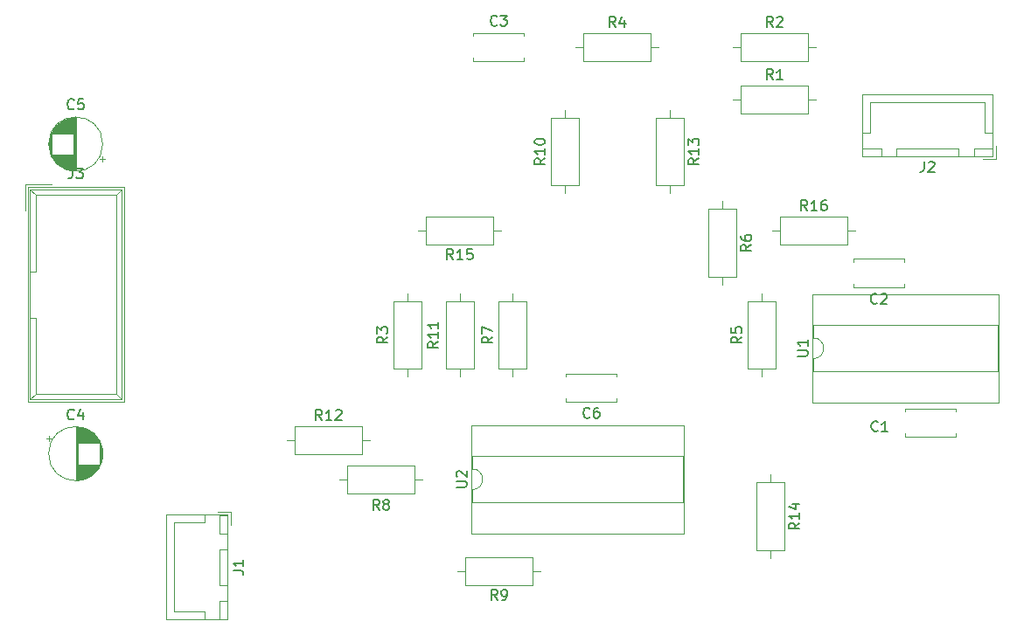
<source format=gbr>
%TF.GenerationSoftware,KiCad,Pcbnew,(5.1.7)-1*%
%TF.CreationDate,2020-11-22T12:34:15-07:00*%
%TF.ProjectId,cem3340_board_mount,63656d33-3334-4305-9f62-6f6172645f6d,rev?*%
%TF.SameCoordinates,Original*%
%TF.FileFunction,Legend,Top*%
%TF.FilePolarity,Positive*%
%FSLAX46Y46*%
G04 Gerber Fmt 4.6, Leading zero omitted, Abs format (unit mm)*
G04 Created by KiCad (PCBNEW (5.1.7)-1) date 2020-11-22 12:34:15*
%MOMM*%
%LPD*%
G01*
G04 APERTURE LIST*
%ADD10C,0.120000*%
%ADD11C,0.100000*%
%ADD12C,0.150000*%
G04 APERTURE END LIST*
D10*
%TO.C,J1*%
X127460000Y-106440000D02*
X121490000Y-106440000D01*
X121490000Y-106440000D02*
X121490000Y-116560000D01*
X121490000Y-116560000D02*
X127460000Y-116560000D01*
X127460000Y-116560000D02*
X127460000Y-106440000D01*
X127450000Y-109750000D02*
X126700000Y-109750000D01*
X126700000Y-109750000D02*
X126700000Y-113250000D01*
X126700000Y-113250000D02*
X127450000Y-113250000D01*
X127450000Y-113250000D02*
X127450000Y-109750000D01*
X127450000Y-106450000D02*
X126700000Y-106450000D01*
X126700000Y-106450000D02*
X126700000Y-108250000D01*
X126700000Y-108250000D02*
X127450000Y-108250000D01*
X127450000Y-108250000D02*
X127450000Y-106450000D01*
X127450000Y-114750000D02*
X126700000Y-114750000D01*
X126700000Y-114750000D02*
X126700000Y-116550000D01*
X126700000Y-116550000D02*
X127450000Y-116550000D01*
X127450000Y-116550000D02*
X127450000Y-114750000D01*
X125200000Y-106450000D02*
X125200000Y-107200000D01*
X125200000Y-107200000D02*
X122250000Y-107200000D01*
X122250000Y-107200000D02*
X122250000Y-111500000D01*
X125200000Y-116550000D02*
X125200000Y-115800000D01*
X125200000Y-115800000D02*
X122250000Y-115800000D01*
X122250000Y-115800000D02*
X122250000Y-111500000D01*
X127750000Y-107400000D02*
X127750000Y-106150000D01*
X127750000Y-106150000D02*
X126500000Y-106150000D01*
%TO.C,R7*%
X153650000Y-92290000D02*
X156390000Y-92290000D01*
X156390000Y-92290000D02*
X156390000Y-85750000D01*
X156390000Y-85750000D02*
X153650000Y-85750000D01*
X153650000Y-85750000D02*
X153650000Y-92290000D01*
X155020000Y-93060000D02*
X155020000Y-92290000D01*
X155020000Y-84980000D02*
X155020000Y-85750000D01*
%TO.C,R11*%
X151310000Y-85750000D02*
X148570000Y-85750000D01*
X148570000Y-85750000D02*
X148570000Y-92290000D01*
X148570000Y-92290000D02*
X151310000Y-92290000D01*
X151310000Y-92290000D02*
X151310000Y-85750000D01*
X149940000Y-84980000D02*
X149940000Y-85750000D01*
X149940000Y-93060000D02*
X149940000Y-92290000D01*
%TO.C,R13*%
X170260000Y-75280000D02*
X170260000Y-74510000D01*
X170260000Y-67200000D02*
X170260000Y-67970000D01*
X171630000Y-74510000D02*
X171630000Y-67970000D01*
X168890000Y-74510000D02*
X171630000Y-74510000D01*
X168890000Y-67970000D02*
X168890000Y-74510000D01*
X171630000Y-67970000D02*
X168890000Y-67970000D01*
%TO.C,C1*%
X197970000Y-98870000D02*
X193030000Y-98870000D01*
X197970000Y-96130000D02*
X193030000Y-96130000D01*
X197970000Y-98870000D02*
X197970000Y-98555000D01*
X197970000Y-96445000D02*
X197970000Y-96130000D01*
X193030000Y-98870000D02*
X193030000Y-98555000D01*
X193030000Y-96445000D02*
X193030000Y-96130000D01*
%TO.C,R15*%
X145900000Y-78860000D02*
X146670000Y-78860000D01*
X153980000Y-78860000D02*
X153210000Y-78860000D01*
X146670000Y-80230000D02*
X153210000Y-80230000D01*
X146670000Y-77490000D02*
X146670000Y-80230000D01*
X153210000Y-77490000D02*
X146670000Y-77490000D01*
X153210000Y-80230000D02*
X153210000Y-77490000D01*
%TO.C,R16*%
X188270000Y-78860000D02*
X187500000Y-78860000D01*
X180190000Y-78860000D02*
X180960000Y-78860000D01*
X187500000Y-77490000D02*
X180960000Y-77490000D01*
X187500000Y-80230000D02*
X187500000Y-77490000D01*
X180960000Y-80230000D02*
X187500000Y-80230000D01*
X180960000Y-77490000D02*
X180960000Y-80230000D01*
%TO.C,R5*%
X177780000Y-92290000D02*
X180520000Y-92290000D01*
X180520000Y-92290000D02*
X180520000Y-85750000D01*
X180520000Y-85750000D02*
X177780000Y-85750000D01*
X177780000Y-85750000D02*
X177780000Y-92290000D01*
X179150000Y-93060000D02*
X179150000Y-92290000D01*
X179150000Y-84980000D02*
X179150000Y-85750000D01*
%TO.C,J2*%
X201830000Y-71950000D02*
X201830000Y-70700000D01*
X200580000Y-71950000D02*
X201830000Y-71950000D01*
X189680000Y-66450000D02*
X195230000Y-66450000D01*
X189680000Y-69400000D02*
X189680000Y-66450000D01*
X188930000Y-69400000D02*
X189680000Y-69400000D01*
X200780000Y-66450000D02*
X195230000Y-66450000D01*
X200780000Y-69400000D02*
X200780000Y-66450000D01*
X201530000Y-69400000D02*
X200780000Y-69400000D01*
X188930000Y-71650000D02*
X190730000Y-71650000D01*
X188930000Y-70900000D02*
X188930000Y-71650000D01*
X190730000Y-70900000D02*
X188930000Y-70900000D01*
X190730000Y-71650000D02*
X190730000Y-70900000D01*
X199730000Y-71650000D02*
X201530000Y-71650000D01*
X199730000Y-70900000D02*
X199730000Y-71650000D01*
X201530000Y-70900000D02*
X199730000Y-70900000D01*
X201530000Y-71650000D02*
X201530000Y-70900000D01*
X192230000Y-71650000D02*
X198230000Y-71650000D01*
X192230000Y-70900000D02*
X192230000Y-71650000D01*
X198230000Y-70900000D02*
X192230000Y-70900000D01*
X198230000Y-71650000D02*
X198230000Y-70900000D01*
X188920000Y-71660000D02*
X201540000Y-71660000D01*
X188920000Y-65690000D02*
X188920000Y-71660000D01*
X201540000Y-65690000D02*
X188920000Y-65690000D01*
X201540000Y-71660000D02*
X201540000Y-65690000D01*
%TO.C,U1*%
X184170000Y-91290000D02*
X184170000Y-92540000D01*
X184170000Y-92540000D02*
X202070000Y-92540000D01*
X202070000Y-92540000D02*
X202070000Y-88040000D01*
X202070000Y-88040000D02*
X184170000Y-88040000D01*
X184170000Y-88040000D02*
X184170000Y-89290000D01*
X184110000Y-95540000D02*
X202130000Y-95540000D01*
X202130000Y-95540000D02*
X202130000Y-85040000D01*
X202130000Y-85040000D02*
X184110000Y-85040000D01*
X184110000Y-85040000D02*
X184110000Y-95540000D01*
X184170000Y-89290000D02*
G75*
G02*
X184170000Y-91290000I0J-1000000D01*
G01*
%TO.C,U2*%
X151150000Y-103990000D02*
X151150000Y-105240000D01*
X151150000Y-105240000D02*
X171590000Y-105240000D01*
X171590000Y-105240000D02*
X171590000Y-100740000D01*
X171590000Y-100740000D02*
X151150000Y-100740000D01*
X151150000Y-100740000D02*
X151150000Y-101990000D01*
X151090000Y-108240000D02*
X171650000Y-108240000D01*
X171650000Y-108240000D02*
X171650000Y-97740000D01*
X171650000Y-97740000D02*
X151090000Y-97740000D01*
X151090000Y-97740000D02*
X151090000Y-108240000D01*
X151150000Y-101990000D02*
G75*
G02*
X151150000Y-103990000I0J-1000000D01*
G01*
%TO.C,R14*%
X181370000Y-103310000D02*
X178630000Y-103310000D01*
X178630000Y-103310000D02*
X178630000Y-109850000D01*
X178630000Y-109850000D02*
X181370000Y-109850000D01*
X181370000Y-109850000D02*
X181370000Y-103310000D01*
X180000000Y-102540000D02*
X180000000Y-103310000D01*
X180000000Y-110620000D02*
X180000000Y-109850000D01*
%TO.C,R12*%
X133970000Y-97810000D02*
X133970000Y-100550000D01*
X133970000Y-100550000D02*
X140510000Y-100550000D01*
X140510000Y-100550000D02*
X140510000Y-97810000D01*
X140510000Y-97810000D02*
X133970000Y-97810000D01*
X133200000Y-99180000D02*
X133970000Y-99180000D01*
X141280000Y-99180000D02*
X140510000Y-99180000D01*
%TO.C,R10*%
X160100000Y-67200000D02*
X160100000Y-67970000D01*
X160100000Y-75280000D02*
X160100000Y-74510000D01*
X158730000Y-67970000D02*
X158730000Y-74510000D01*
X161470000Y-67970000D02*
X158730000Y-67970000D01*
X161470000Y-74510000D02*
X161470000Y-67970000D01*
X158730000Y-74510000D02*
X161470000Y-74510000D01*
%TO.C,R9*%
X157020000Y-113250000D02*
X157020000Y-110510000D01*
X157020000Y-110510000D02*
X150480000Y-110510000D01*
X150480000Y-110510000D02*
X150480000Y-113250000D01*
X150480000Y-113250000D02*
X157020000Y-113250000D01*
X157790000Y-111880000D02*
X157020000Y-111880000D01*
X149710000Y-111880000D02*
X150480000Y-111880000D01*
%TO.C,R8*%
X139050000Y-101620000D02*
X139050000Y-104360000D01*
X139050000Y-104360000D02*
X145590000Y-104360000D01*
X145590000Y-104360000D02*
X145590000Y-101620000D01*
X145590000Y-101620000D02*
X139050000Y-101620000D01*
X138280000Y-102990000D02*
X139050000Y-102990000D01*
X146360000Y-102990000D02*
X145590000Y-102990000D01*
%TO.C,R6*%
X176710000Y-76810000D02*
X173970000Y-76810000D01*
X173970000Y-76810000D02*
X173970000Y-83350000D01*
X173970000Y-83350000D02*
X176710000Y-83350000D01*
X176710000Y-83350000D02*
X176710000Y-76810000D01*
X175340000Y-76040000D02*
X175340000Y-76810000D01*
X175340000Y-84120000D02*
X175340000Y-83350000D01*
%TO.C,R4*%
X161910000Y-59710000D02*
X161910000Y-62450000D01*
X161910000Y-62450000D02*
X168450000Y-62450000D01*
X168450000Y-62450000D02*
X168450000Y-59710000D01*
X168450000Y-59710000D02*
X161910000Y-59710000D01*
X161140000Y-61080000D02*
X161910000Y-61080000D01*
X169220000Y-61080000D02*
X168450000Y-61080000D01*
%TO.C,R3*%
X143490000Y-92290000D02*
X146230000Y-92290000D01*
X146230000Y-92290000D02*
X146230000Y-85750000D01*
X146230000Y-85750000D02*
X143490000Y-85750000D01*
X143490000Y-85750000D02*
X143490000Y-92290000D01*
X144860000Y-93060000D02*
X144860000Y-92290000D01*
X144860000Y-84980000D02*
X144860000Y-85750000D01*
%TO.C,R2*%
X177150000Y-59710000D02*
X177150000Y-62450000D01*
X177150000Y-62450000D02*
X183690000Y-62450000D01*
X183690000Y-62450000D02*
X183690000Y-59710000D01*
X183690000Y-59710000D02*
X177150000Y-59710000D01*
X176380000Y-61080000D02*
X177150000Y-61080000D01*
X184460000Y-61080000D02*
X183690000Y-61080000D01*
%TO.C,R1*%
X177150000Y-64790000D02*
X177150000Y-67530000D01*
X177150000Y-67530000D02*
X183690000Y-67530000D01*
X183690000Y-67530000D02*
X183690000Y-64790000D01*
X183690000Y-64790000D02*
X177150000Y-64790000D01*
X176380000Y-66160000D02*
X177150000Y-66160000D01*
X184460000Y-66160000D02*
X183690000Y-66160000D01*
%TO.C,J3*%
X107845000Y-74400000D02*
X110385000Y-74400000D01*
X107845000Y-74400000D02*
X107845000Y-76940000D01*
X108095000Y-74650000D02*
X117445000Y-74650000D01*
X108095000Y-95510000D02*
X108095000Y-74650000D01*
X117445000Y-95510000D02*
X108095000Y-95510000D01*
X117445000Y-74650000D02*
X117445000Y-95510000D01*
D11*
X108345000Y-95260000D02*
X108895000Y-94700000D01*
X108345000Y-74900000D02*
X108895000Y-75440000D01*
X117195000Y-95260000D02*
X116645000Y-94700000D01*
X117195000Y-74900000D02*
X116645000Y-75440000D01*
X116645000Y-94700000D02*
X108895000Y-94700000D01*
X117195000Y-95260000D02*
X108345000Y-95260000D01*
X116645000Y-75440000D02*
X108895000Y-75440000D01*
X117195000Y-74900000D02*
X108345000Y-74900000D01*
X108895000Y-87330000D02*
X108345000Y-87330000D01*
X108895000Y-82830000D02*
X108345000Y-82830000D01*
X108895000Y-87330000D02*
X108895000Y-94700000D01*
X108895000Y-75440000D02*
X108895000Y-82830000D01*
X108345000Y-74900000D02*
X108345000Y-95260000D01*
X116645000Y-75440000D02*
X116645000Y-94700000D01*
X117195000Y-74900000D02*
X117195000Y-95260000D01*
D10*
%TO.C,C6*%
X160210000Y-93045000D02*
X160210000Y-92730000D01*
X160210000Y-95470000D02*
X160210000Y-95155000D01*
X165150000Y-93045000D02*
X165150000Y-92730000D01*
X165150000Y-95470000D02*
X165150000Y-95155000D01*
X165150000Y-92730000D02*
X160210000Y-92730000D01*
X165150000Y-95470000D02*
X160210000Y-95470000D01*
%TO.C,C5*%
X115370000Y-70500000D02*
G75*
G03*
X115370000Y-70500000I-2620000J0D01*
G01*
X112750000Y-73080000D02*
X112750000Y-67920000D01*
X112710000Y-73080000D02*
X112710000Y-67920000D01*
X112670000Y-73079000D02*
X112670000Y-67921000D01*
X112630000Y-73078000D02*
X112630000Y-67922000D01*
X112590000Y-73076000D02*
X112590000Y-67924000D01*
X112550000Y-73073000D02*
X112550000Y-67927000D01*
X112510000Y-73069000D02*
X112510000Y-71540000D01*
X112510000Y-69460000D02*
X112510000Y-67931000D01*
X112470000Y-73065000D02*
X112470000Y-71540000D01*
X112470000Y-69460000D02*
X112470000Y-67935000D01*
X112430000Y-73061000D02*
X112430000Y-71540000D01*
X112430000Y-69460000D02*
X112430000Y-67939000D01*
X112390000Y-73056000D02*
X112390000Y-71540000D01*
X112390000Y-69460000D02*
X112390000Y-67944000D01*
X112350000Y-73050000D02*
X112350000Y-71540000D01*
X112350000Y-69460000D02*
X112350000Y-67950000D01*
X112310000Y-73043000D02*
X112310000Y-71540000D01*
X112310000Y-69460000D02*
X112310000Y-67957000D01*
X112270000Y-73036000D02*
X112270000Y-71540000D01*
X112270000Y-69460000D02*
X112270000Y-67964000D01*
X112230000Y-73028000D02*
X112230000Y-71540000D01*
X112230000Y-69460000D02*
X112230000Y-67972000D01*
X112190000Y-73020000D02*
X112190000Y-71540000D01*
X112190000Y-69460000D02*
X112190000Y-67980000D01*
X112150000Y-73011000D02*
X112150000Y-71540000D01*
X112150000Y-69460000D02*
X112150000Y-67989000D01*
X112110000Y-73001000D02*
X112110000Y-71540000D01*
X112110000Y-69460000D02*
X112110000Y-67999000D01*
X112070000Y-72991000D02*
X112070000Y-71540000D01*
X112070000Y-69460000D02*
X112070000Y-68009000D01*
X112029000Y-72980000D02*
X112029000Y-71540000D01*
X112029000Y-69460000D02*
X112029000Y-68020000D01*
X111989000Y-72968000D02*
X111989000Y-71540000D01*
X111989000Y-69460000D02*
X111989000Y-68032000D01*
X111949000Y-72955000D02*
X111949000Y-71540000D01*
X111949000Y-69460000D02*
X111949000Y-68045000D01*
X111909000Y-72942000D02*
X111909000Y-71540000D01*
X111909000Y-69460000D02*
X111909000Y-68058000D01*
X111869000Y-72928000D02*
X111869000Y-71540000D01*
X111869000Y-69460000D02*
X111869000Y-68072000D01*
X111829000Y-72914000D02*
X111829000Y-71540000D01*
X111829000Y-69460000D02*
X111829000Y-68086000D01*
X111789000Y-72898000D02*
X111789000Y-71540000D01*
X111789000Y-69460000D02*
X111789000Y-68102000D01*
X111749000Y-72882000D02*
X111749000Y-71540000D01*
X111749000Y-69460000D02*
X111749000Y-68118000D01*
X111709000Y-72865000D02*
X111709000Y-71540000D01*
X111709000Y-69460000D02*
X111709000Y-68135000D01*
X111669000Y-72848000D02*
X111669000Y-71540000D01*
X111669000Y-69460000D02*
X111669000Y-68152000D01*
X111629000Y-72829000D02*
X111629000Y-71540000D01*
X111629000Y-69460000D02*
X111629000Y-68171000D01*
X111589000Y-72810000D02*
X111589000Y-71540000D01*
X111589000Y-69460000D02*
X111589000Y-68190000D01*
X111549000Y-72790000D02*
X111549000Y-71540000D01*
X111549000Y-69460000D02*
X111549000Y-68210000D01*
X111509000Y-72768000D02*
X111509000Y-71540000D01*
X111509000Y-69460000D02*
X111509000Y-68232000D01*
X111469000Y-72747000D02*
X111469000Y-71540000D01*
X111469000Y-69460000D02*
X111469000Y-68253000D01*
X111429000Y-72724000D02*
X111429000Y-71540000D01*
X111429000Y-69460000D02*
X111429000Y-68276000D01*
X111389000Y-72700000D02*
X111389000Y-71540000D01*
X111389000Y-69460000D02*
X111389000Y-68300000D01*
X111349000Y-72675000D02*
X111349000Y-71540000D01*
X111349000Y-69460000D02*
X111349000Y-68325000D01*
X111309000Y-72649000D02*
X111309000Y-71540000D01*
X111309000Y-69460000D02*
X111309000Y-68351000D01*
X111269000Y-72622000D02*
X111269000Y-71540000D01*
X111269000Y-69460000D02*
X111269000Y-68378000D01*
X111229000Y-72595000D02*
X111229000Y-71540000D01*
X111229000Y-69460000D02*
X111229000Y-68405000D01*
X111189000Y-72565000D02*
X111189000Y-71540000D01*
X111189000Y-69460000D02*
X111189000Y-68435000D01*
X111149000Y-72535000D02*
X111149000Y-71540000D01*
X111149000Y-69460000D02*
X111149000Y-68465000D01*
X111109000Y-72504000D02*
X111109000Y-71540000D01*
X111109000Y-69460000D02*
X111109000Y-68496000D01*
X111069000Y-72471000D02*
X111069000Y-71540000D01*
X111069000Y-69460000D02*
X111069000Y-68529000D01*
X111029000Y-72437000D02*
X111029000Y-71540000D01*
X111029000Y-69460000D02*
X111029000Y-68563000D01*
X110989000Y-72401000D02*
X110989000Y-71540000D01*
X110989000Y-69460000D02*
X110989000Y-68599000D01*
X110949000Y-72364000D02*
X110949000Y-71540000D01*
X110949000Y-69460000D02*
X110949000Y-68636000D01*
X110909000Y-72326000D02*
X110909000Y-71540000D01*
X110909000Y-69460000D02*
X110909000Y-68674000D01*
X110869000Y-72285000D02*
X110869000Y-71540000D01*
X110869000Y-69460000D02*
X110869000Y-68715000D01*
X110829000Y-72243000D02*
X110829000Y-71540000D01*
X110829000Y-69460000D02*
X110829000Y-68757000D01*
X110789000Y-72199000D02*
X110789000Y-71540000D01*
X110789000Y-69460000D02*
X110789000Y-68801000D01*
X110749000Y-72153000D02*
X110749000Y-71540000D01*
X110749000Y-69460000D02*
X110749000Y-68847000D01*
X110709000Y-72105000D02*
X110709000Y-71540000D01*
X110709000Y-69460000D02*
X110709000Y-68895000D01*
X110669000Y-72054000D02*
X110669000Y-71540000D01*
X110669000Y-69460000D02*
X110669000Y-68946000D01*
X110629000Y-72000000D02*
X110629000Y-71540000D01*
X110629000Y-69460000D02*
X110629000Y-69000000D01*
X110589000Y-71943000D02*
X110589000Y-71540000D01*
X110589000Y-69460000D02*
X110589000Y-69057000D01*
X110549000Y-71883000D02*
X110549000Y-71540000D01*
X110549000Y-69460000D02*
X110549000Y-69117000D01*
X110509000Y-71819000D02*
X110509000Y-71540000D01*
X110509000Y-69460000D02*
X110509000Y-69181000D01*
X110469000Y-71751000D02*
X110469000Y-71540000D01*
X110469000Y-69460000D02*
X110469000Y-69249000D01*
X110429000Y-71678000D02*
X110429000Y-69322000D01*
X110389000Y-71598000D02*
X110389000Y-69402000D01*
X110349000Y-71511000D02*
X110349000Y-69489000D01*
X110309000Y-71415000D02*
X110309000Y-69585000D01*
X110269000Y-71305000D02*
X110269000Y-69695000D01*
X110229000Y-71177000D02*
X110229000Y-69823000D01*
X110189000Y-71018000D02*
X110189000Y-69982000D01*
X110149000Y-70784000D02*
X110149000Y-70216000D01*
X115554775Y-71975000D02*
X115054775Y-71975000D01*
X115304775Y-72225000D02*
X115304775Y-71725000D01*
%TO.C,C4*%
X115370000Y-100500000D02*
G75*
G03*
X115370000Y-100500000I-2620000J0D01*
G01*
X112750000Y-97920000D02*
X112750000Y-103080000D01*
X112790000Y-97920000D02*
X112790000Y-103080000D01*
X112830000Y-97921000D02*
X112830000Y-103079000D01*
X112870000Y-97922000D02*
X112870000Y-103078000D01*
X112910000Y-97924000D02*
X112910000Y-103076000D01*
X112950000Y-97927000D02*
X112950000Y-103073000D01*
X112990000Y-97931000D02*
X112990000Y-99460000D01*
X112990000Y-101540000D02*
X112990000Y-103069000D01*
X113030000Y-97935000D02*
X113030000Y-99460000D01*
X113030000Y-101540000D02*
X113030000Y-103065000D01*
X113070000Y-97939000D02*
X113070000Y-99460000D01*
X113070000Y-101540000D02*
X113070000Y-103061000D01*
X113110000Y-97944000D02*
X113110000Y-99460000D01*
X113110000Y-101540000D02*
X113110000Y-103056000D01*
X113150000Y-97950000D02*
X113150000Y-99460000D01*
X113150000Y-101540000D02*
X113150000Y-103050000D01*
X113190000Y-97957000D02*
X113190000Y-99460000D01*
X113190000Y-101540000D02*
X113190000Y-103043000D01*
X113230000Y-97964000D02*
X113230000Y-99460000D01*
X113230000Y-101540000D02*
X113230000Y-103036000D01*
X113270000Y-97972000D02*
X113270000Y-99460000D01*
X113270000Y-101540000D02*
X113270000Y-103028000D01*
X113310000Y-97980000D02*
X113310000Y-99460000D01*
X113310000Y-101540000D02*
X113310000Y-103020000D01*
X113350000Y-97989000D02*
X113350000Y-99460000D01*
X113350000Y-101540000D02*
X113350000Y-103011000D01*
X113390000Y-97999000D02*
X113390000Y-99460000D01*
X113390000Y-101540000D02*
X113390000Y-103001000D01*
X113430000Y-98009000D02*
X113430000Y-99460000D01*
X113430000Y-101540000D02*
X113430000Y-102991000D01*
X113471000Y-98020000D02*
X113471000Y-99460000D01*
X113471000Y-101540000D02*
X113471000Y-102980000D01*
X113511000Y-98032000D02*
X113511000Y-99460000D01*
X113511000Y-101540000D02*
X113511000Y-102968000D01*
X113551000Y-98045000D02*
X113551000Y-99460000D01*
X113551000Y-101540000D02*
X113551000Y-102955000D01*
X113591000Y-98058000D02*
X113591000Y-99460000D01*
X113591000Y-101540000D02*
X113591000Y-102942000D01*
X113631000Y-98072000D02*
X113631000Y-99460000D01*
X113631000Y-101540000D02*
X113631000Y-102928000D01*
X113671000Y-98086000D02*
X113671000Y-99460000D01*
X113671000Y-101540000D02*
X113671000Y-102914000D01*
X113711000Y-98102000D02*
X113711000Y-99460000D01*
X113711000Y-101540000D02*
X113711000Y-102898000D01*
X113751000Y-98118000D02*
X113751000Y-99460000D01*
X113751000Y-101540000D02*
X113751000Y-102882000D01*
X113791000Y-98135000D02*
X113791000Y-99460000D01*
X113791000Y-101540000D02*
X113791000Y-102865000D01*
X113831000Y-98152000D02*
X113831000Y-99460000D01*
X113831000Y-101540000D02*
X113831000Y-102848000D01*
X113871000Y-98171000D02*
X113871000Y-99460000D01*
X113871000Y-101540000D02*
X113871000Y-102829000D01*
X113911000Y-98190000D02*
X113911000Y-99460000D01*
X113911000Y-101540000D02*
X113911000Y-102810000D01*
X113951000Y-98210000D02*
X113951000Y-99460000D01*
X113951000Y-101540000D02*
X113951000Y-102790000D01*
X113991000Y-98232000D02*
X113991000Y-99460000D01*
X113991000Y-101540000D02*
X113991000Y-102768000D01*
X114031000Y-98253000D02*
X114031000Y-99460000D01*
X114031000Y-101540000D02*
X114031000Y-102747000D01*
X114071000Y-98276000D02*
X114071000Y-99460000D01*
X114071000Y-101540000D02*
X114071000Y-102724000D01*
X114111000Y-98300000D02*
X114111000Y-99460000D01*
X114111000Y-101540000D02*
X114111000Y-102700000D01*
X114151000Y-98325000D02*
X114151000Y-99460000D01*
X114151000Y-101540000D02*
X114151000Y-102675000D01*
X114191000Y-98351000D02*
X114191000Y-99460000D01*
X114191000Y-101540000D02*
X114191000Y-102649000D01*
X114231000Y-98378000D02*
X114231000Y-99460000D01*
X114231000Y-101540000D02*
X114231000Y-102622000D01*
X114271000Y-98405000D02*
X114271000Y-99460000D01*
X114271000Y-101540000D02*
X114271000Y-102595000D01*
X114311000Y-98435000D02*
X114311000Y-99460000D01*
X114311000Y-101540000D02*
X114311000Y-102565000D01*
X114351000Y-98465000D02*
X114351000Y-99460000D01*
X114351000Y-101540000D02*
X114351000Y-102535000D01*
X114391000Y-98496000D02*
X114391000Y-99460000D01*
X114391000Y-101540000D02*
X114391000Y-102504000D01*
X114431000Y-98529000D02*
X114431000Y-99460000D01*
X114431000Y-101540000D02*
X114431000Y-102471000D01*
X114471000Y-98563000D02*
X114471000Y-99460000D01*
X114471000Y-101540000D02*
X114471000Y-102437000D01*
X114511000Y-98599000D02*
X114511000Y-99460000D01*
X114511000Y-101540000D02*
X114511000Y-102401000D01*
X114551000Y-98636000D02*
X114551000Y-99460000D01*
X114551000Y-101540000D02*
X114551000Y-102364000D01*
X114591000Y-98674000D02*
X114591000Y-99460000D01*
X114591000Y-101540000D02*
X114591000Y-102326000D01*
X114631000Y-98715000D02*
X114631000Y-99460000D01*
X114631000Y-101540000D02*
X114631000Y-102285000D01*
X114671000Y-98757000D02*
X114671000Y-99460000D01*
X114671000Y-101540000D02*
X114671000Y-102243000D01*
X114711000Y-98801000D02*
X114711000Y-99460000D01*
X114711000Y-101540000D02*
X114711000Y-102199000D01*
X114751000Y-98847000D02*
X114751000Y-99460000D01*
X114751000Y-101540000D02*
X114751000Y-102153000D01*
X114791000Y-98895000D02*
X114791000Y-99460000D01*
X114791000Y-101540000D02*
X114791000Y-102105000D01*
X114831000Y-98946000D02*
X114831000Y-99460000D01*
X114831000Y-101540000D02*
X114831000Y-102054000D01*
X114871000Y-99000000D02*
X114871000Y-99460000D01*
X114871000Y-101540000D02*
X114871000Y-102000000D01*
X114911000Y-99057000D02*
X114911000Y-99460000D01*
X114911000Y-101540000D02*
X114911000Y-101943000D01*
X114951000Y-99117000D02*
X114951000Y-99460000D01*
X114951000Y-101540000D02*
X114951000Y-101883000D01*
X114991000Y-99181000D02*
X114991000Y-99460000D01*
X114991000Y-101540000D02*
X114991000Y-101819000D01*
X115031000Y-99249000D02*
X115031000Y-99460000D01*
X115031000Y-101540000D02*
X115031000Y-101751000D01*
X115071000Y-99322000D02*
X115071000Y-101678000D01*
X115111000Y-99402000D02*
X115111000Y-101598000D01*
X115151000Y-99489000D02*
X115151000Y-101511000D01*
X115191000Y-99585000D02*
X115191000Y-101415000D01*
X115231000Y-99695000D02*
X115231000Y-101305000D01*
X115271000Y-99823000D02*
X115271000Y-101177000D01*
X115311000Y-99982000D02*
X115311000Y-101018000D01*
X115351000Y-100216000D02*
X115351000Y-100784000D01*
X109945225Y-99025000D02*
X110445225Y-99025000D01*
X110195225Y-98775000D02*
X110195225Y-99275000D01*
%TO.C,C3*%
X151240000Y-59710000D02*
X156180000Y-59710000D01*
X151240000Y-62450000D02*
X156180000Y-62450000D01*
X151240000Y-59710000D02*
X151240000Y-60025000D01*
X151240000Y-62135000D02*
X151240000Y-62450000D01*
X156180000Y-59710000D02*
X156180000Y-60025000D01*
X156180000Y-62135000D02*
X156180000Y-62450000D01*
%TO.C,C2*%
X188030000Y-81630000D02*
X192970000Y-81630000D01*
X188030000Y-84370000D02*
X192970000Y-84370000D01*
X188030000Y-81630000D02*
X188030000Y-81945000D01*
X188030000Y-84055000D02*
X188030000Y-84370000D01*
X192970000Y-81630000D02*
X192970000Y-81945000D01*
X192970000Y-84055000D02*
X192970000Y-84370000D01*
%TO.C,J1*%
D12*
X128002380Y-111833333D02*
X128716666Y-111833333D01*
X128859523Y-111880952D01*
X128954761Y-111976190D01*
X129002380Y-112119047D01*
X129002380Y-112214285D01*
X129002380Y-110833333D02*
X129002380Y-111404761D01*
X129002380Y-111119047D02*
X128002380Y-111119047D01*
X128145238Y-111214285D01*
X128240476Y-111309523D01*
X128288095Y-111404761D01*
%TO.C,R7*%
X153102380Y-89186666D02*
X152626190Y-89520000D01*
X153102380Y-89758095D02*
X152102380Y-89758095D01*
X152102380Y-89377142D01*
X152150000Y-89281904D01*
X152197619Y-89234285D01*
X152292857Y-89186666D01*
X152435714Y-89186666D01*
X152530952Y-89234285D01*
X152578571Y-89281904D01*
X152626190Y-89377142D01*
X152626190Y-89758095D01*
X152102380Y-88853333D02*
X152102380Y-88186666D01*
X153102380Y-88615238D01*
%TO.C,R11*%
X147852380Y-89662857D02*
X147376190Y-89996190D01*
X147852380Y-90234285D02*
X146852380Y-90234285D01*
X146852380Y-89853333D01*
X146900000Y-89758095D01*
X146947619Y-89710476D01*
X147042857Y-89662857D01*
X147185714Y-89662857D01*
X147280952Y-89710476D01*
X147328571Y-89758095D01*
X147376190Y-89853333D01*
X147376190Y-90234285D01*
X147852380Y-88710476D02*
X147852380Y-89281904D01*
X147852380Y-88996190D02*
X146852380Y-88996190D01*
X146995238Y-89091428D01*
X147090476Y-89186666D01*
X147138095Y-89281904D01*
X147852380Y-87758095D02*
X147852380Y-88329523D01*
X147852380Y-88043809D02*
X146852380Y-88043809D01*
X146995238Y-88139047D01*
X147090476Y-88234285D01*
X147138095Y-88329523D01*
%TO.C,R13*%
X173082380Y-71882857D02*
X172606190Y-72216190D01*
X173082380Y-72454285D02*
X172082380Y-72454285D01*
X172082380Y-72073333D01*
X172130000Y-71978095D01*
X172177619Y-71930476D01*
X172272857Y-71882857D01*
X172415714Y-71882857D01*
X172510952Y-71930476D01*
X172558571Y-71978095D01*
X172606190Y-72073333D01*
X172606190Y-72454285D01*
X173082380Y-70930476D02*
X173082380Y-71501904D01*
X173082380Y-71216190D02*
X172082380Y-71216190D01*
X172225238Y-71311428D01*
X172320476Y-71406666D01*
X172368095Y-71501904D01*
X172082380Y-70597142D02*
X172082380Y-69978095D01*
X172463333Y-70311428D01*
X172463333Y-70168571D01*
X172510952Y-70073333D01*
X172558571Y-70025714D01*
X172653809Y-69978095D01*
X172891904Y-69978095D01*
X172987142Y-70025714D01*
X173034761Y-70073333D01*
X173082380Y-70168571D01*
X173082380Y-70454285D01*
X173034761Y-70549523D01*
X172987142Y-70597142D01*
%TO.C,C1*%
X190413333Y-98267142D02*
X190365714Y-98314761D01*
X190222857Y-98362380D01*
X190127619Y-98362380D01*
X189984761Y-98314761D01*
X189889523Y-98219523D01*
X189841904Y-98124285D01*
X189794285Y-97933809D01*
X189794285Y-97790952D01*
X189841904Y-97600476D01*
X189889523Y-97505238D01*
X189984761Y-97410000D01*
X190127619Y-97362380D01*
X190222857Y-97362380D01*
X190365714Y-97410000D01*
X190413333Y-97457619D01*
X191365714Y-98362380D02*
X190794285Y-98362380D01*
X191080000Y-98362380D02*
X191080000Y-97362380D01*
X190984761Y-97505238D01*
X190889523Y-97600476D01*
X190794285Y-97648095D01*
%TO.C,R15*%
X149297142Y-81682380D02*
X148963809Y-81206190D01*
X148725714Y-81682380D02*
X148725714Y-80682380D01*
X149106666Y-80682380D01*
X149201904Y-80730000D01*
X149249523Y-80777619D01*
X149297142Y-80872857D01*
X149297142Y-81015714D01*
X149249523Y-81110952D01*
X149201904Y-81158571D01*
X149106666Y-81206190D01*
X148725714Y-81206190D01*
X150249523Y-81682380D02*
X149678095Y-81682380D01*
X149963809Y-81682380D02*
X149963809Y-80682380D01*
X149868571Y-80825238D01*
X149773333Y-80920476D01*
X149678095Y-80968095D01*
X151154285Y-80682380D02*
X150678095Y-80682380D01*
X150630476Y-81158571D01*
X150678095Y-81110952D01*
X150773333Y-81063333D01*
X151011428Y-81063333D01*
X151106666Y-81110952D01*
X151154285Y-81158571D01*
X151201904Y-81253809D01*
X151201904Y-81491904D01*
X151154285Y-81587142D01*
X151106666Y-81634761D01*
X151011428Y-81682380D01*
X150773333Y-81682380D01*
X150678095Y-81634761D01*
X150630476Y-81587142D01*
%TO.C,R16*%
X183587142Y-76942380D02*
X183253809Y-76466190D01*
X183015714Y-76942380D02*
X183015714Y-75942380D01*
X183396666Y-75942380D01*
X183491904Y-75990000D01*
X183539523Y-76037619D01*
X183587142Y-76132857D01*
X183587142Y-76275714D01*
X183539523Y-76370952D01*
X183491904Y-76418571D01*
X183396666Y-76466190D01*
X183015714Y-76466190D01*
X184539523Y-76942380D02*
X183968095Y-76942380D01*
X184253809Y-76942380D02*
X184253809Y-75942380D01*
X184158571Y-76085238D01*
X184063333Y-76180476D01*
X183968095Y-76228095D01*
X185396666Y-75942380D02*
X185206190Y-75942380D01*
X185110952Y-75990000D01*
X185063333Y-76037619D01*
X184968095Y-76180476D01*
X184920476Y-76370952D01*
X184920476Y-76751904D01*
X184968095Y-76847142D01*
X185015714Y-76894761D01*
X185110952Y-76942380D01*
X185301428Y-76942380D01*
X185396666Y-76894761D01*
X185444285Y-76847142D01*
X185491904Y-76751904D01*
X185491904Y-76513809D01*
X185444285Y-76418571D01*
X185396666Y-76370952D01*
X185301428Y-76323333D01*
X185110952Y-76323333D01*
X185015714Y-76370952D01*
X184968095Y-76418571D01*
X184920476Y-76513809D01*
%TO.C,R5*%
X177232380Y-89186666D02*
X176756190Y-89520000D01*
X177232380Y-89758095D02*
X176232380Y-89758095D01*
X176232380Y-89377142D01*
X176280000Y-89281904D01*
X176327619Y-89234285D01*
X176422857Y-89186666D01*
X176565714Y-89186666D01*
X176660952Y-89234285D01*
X176708571Y-89281904D01*
X176756190Y-89377142D01*
X176756190Y-89758095D01*
X176232380Y-88281904D02*
X176232380Y-88758095D01*
X176708571Y-88805714D01*
X176660952Y-88758095D01*
X176613333Y-88662857D01*
X176613333Y-88424761D01*
X176660952Y-88329523D01*
X176708571Y-88281904D01*
X176803809Y-88234285D01*
X177041904Y-88234285D01*
X177137142Y-88281904D01*
X177184761Y-88329523D01*
X177232380Y-88424761D01*
X177232380Y-88662857D01*
X177184761Y-88758095D01*
X177137142Y-88805714D01*
%TO.C,J2*%
X194896666Y-72202380D02*
X194896666Y-72916666D01*
X194849047Y-73059523D01*
X194753809Y-73154761D01*
X194610952Y-73202380D01*
X194515714Y-73202380D01*
X195325238Y-72297619D02*
X195372857Y-72250000D01*
X195468095Y-72202380D01*
X195706190Y-72202380D01*
X195801428Y-72250000D01*
X195849047Y-72297619D01*
X195896666Y-72392857D01*
X195896666Y-72488095D01*
X195849047Y-72630952D01*
X195277619Y-73202380D01*
X195896666Y-73202380D01*
%TO.C,U1*%
X182622380Y-91051904D02*
X183431904Y-91051904D01*
X183527142Y-91004285D01*
X183574761Y-90956666D01*
X183622380Y-90861428D01*
X183622380Y-90670952D01*
X183574761Y-90575714D01*
X183527142Y-90528095D01*
X183431904Y-90480476D01*
X182622380Y-90480476D01*
X183622380Y-89480476D02*
X183622380Y-90051904D01*
X183622380Y-89766190D02*
X182622380Y-89766190D01*
X182765238Y-89861428D01*
X182860476Y-89956666D01*
X182908095Y-90051904D01*
%TO.C,U2*%
X149602380Y-103751904D02*
X150411904Y-103751904D01*
X150507142Y-103704285D01*
X150554761Y-103656666D01*
X150602380Y-103561428D01*
X150602380Y-103370952D01*
X150554761Y-103275714D01*
X150507142Y-103228095D01*
X150411904Y-103180476D01*
X149602380Y-103180476D01*
X149697619Y-102751904D02*
X149650000Y-102704285D01*
X149602380Y-102609047D01*
X149602380Y-102370952D01*
X149650000Y-102275714D01*
X149697619Y-102228095D01*
X149792857Y-102180476D01*
X149888095Y-102180476D01*
X150030952Y-102228095D01*
X150602380Y-102799523D01*
X150602380Y-102180476D01*
%TO.C,R14*%
X182822380Y-107222857D02*
X182346190Y-107556190D01*
X182822380Y-107794285D02*
X181822380Y-107794285D01*
X181822380Y-107413333D01*
X181870000Y-107318095D01*
X181917619Y-107270476D01*
X182012857Y-107222857D01*
X182155714Y-107222857D01*
X182250952Y-107270476D01*
X182298571Y-107318095D01*
X182346190Y-107413333D01*
X182346190Y-107794285D01*
X182822380Y-106270476D02*
X182822380Y-106841904D01*
X182822380Y-106556190D02*
X181822380Y-106556190D01*
X181965238Y-106651428D01*
X182060476Y-106746666D01*
X182108095Y-106841904D01*
X182155714Y-105413333D02*
X182822380Y-105413333D01*
X181774761Y-105651428D02*
X182489047Y-105889523D01*
X182489047Y-105270476D01*
%TO.C,R12*%
X136597142Y-97262380D02*
X136263809Y-96786190D01*
X136025714Y-97262380D02*
X136025714Y-96262380D01*
X136406666Y-96262380D01*
X136501904Y-96310000D01*
X136549523Y-96357619D01*
X136597142Y-96452857D01*
X136597142Y-96595714D01*
X136549523Y-96690952D01*
X136501904Y-96738571D01*
X136406666Y-96786190D01*
X136025714Y-96786190D01*
X137549523Y-97262380D02*
X136978095Y-97262380D01*
X137263809Y-97262380D02*
X137263809Y-96262380D01*
X137168571Y-96405238D01*
X137073333Y-96500476D01*
X136978095Y-96548095D01*
X137930476Y-96357619D02*
X137978095Y-96310000D01*
X138073333Y-96262380D01*
X138311428Y-96262380D01*
X138406666Y-96310000D01*
X138454285Y-96357619D01*
X138501904Y-96452857D01*
X138501904Y-96548095D01*
X138454285Y-96690952D01*
X137882857Y-97262380D01*
X138501904Y-97262380D01*
%TO.C,R10*%
X158182380Y-71882857D02*
X157706190Y-72216190D01*
X158182380Y-72454285D02*
X157182380Y-72454285D01*
X157182380Y-72073333D01*
X157230000Y-71978095D01*
X157277619Y-71930476D01*
X157372857Y-71882857D01*
X157515714Y-71882857D01*
X157610952Y-71930476D01*
X157658571Y-71978095D01*
X157706190Y-72073333D01*
X157706190Y-72454285D01*
X158182380Y-70930476D02*
X158182380Y-71501904D01*
X158182380Y-71216190D02*
X157182380Y-71216190D01*
X157325238Y-71311428D01*
X157420476Y-71406666D01*
X157468095Y-71501904D01*
X157182380Y-70311428D02*
X157182380Y-70216190D01*
X157230000Y-70120952D01*
X157277619Y-70073333D01*
X157372857Y-70025714D01*
X157563333Y-69978095D01*
X157801428Y-69978095D01*
X157991904Y-70025714D01*
X158087142Y-70073333D01*
X158134761Y-70120952D01*
X158182380Y-70216190D01*
X158182380Y-70311428D01*
X158134761Y-70406666D01*
X158087142Y-70454285D01*
X157991904Y-70501904D01*
X157801428Y-70549523D01*
X157563333Y-70549523D01*
X157372857Y-70501904D01*
X157277619Y-70454285D01*
X157230000Y-70406666D01*
X157182380Y-70311428D01*
%TO.C,R9*%
X153583333Y-114702380D02*
X153250000Y-114226190D01*
X153011904Y-114702380D02*
X153011904Y-113702380D01*
X153392857Y-113702380D01*
X153488095Y-113750000D01*
X153535714Y-113797619D01*
X153583333Y-113892857D01*
X153583333Y-114035714D01*
X153535714Y-114130952D01*
X153488095Y-114178571D01*
X153392857Y-114226190D01*
X153011904Y-114226190D01*
X154059523Y-114702380D02*
X154250000Y-114702380D01*
X154345238Y-114654761D01*
X154392857Y-114607142D01*
X154488095Y-114464285D01*
X154535714Y-114273809D01*
X154535714Y-113892857D01*
X154488095Y-113797619D01*
X154440476Y-113750000D01*
X154345238Y-113702380D01*
X154154761Y-113702380D01*
X154059523Y-113750000D01*
X154011904Y-113797619D01*
X153964285Y-113892857D01*
X153964285Y-114130952D01*
X154011904Y-114226190D01*
X154059523Y-114273809D01*
X154154761Y-114321428D01*
X154345238Y-114321428D01*
X154440476Y-114273809D01*
X154488095Y-114226190D01*
X154535714Y-114130952D01*
%TO.C,R8*%
X142153333Y-105982380D02*
X141820000Y-105506190D01*
X141581904Y-105982380D02*
X141581904Y-104982380D01*
X141962857Y-104982380D01*
X142058095Y-105030000D01*
X142105714Y-105077619D01*
X142153333Y-105172857D01*
X142153333Y-105315714D01*
X142105714Y-105410952D01*
X142058095Y-105458571D01*
X141962857Y-105506190D01*
X141581904Y-105506190D01*
X142724761Y-105410952D02*
X142629523Y-105363333D01*
X142581904Y-105315714D01*
X142534285Y-105220476D01*
X142534285Y-105172857D01*
X142581904Y-105077619D01*
X142629523Y-105030000D01*
X142724761Y-104982380D01*
X142915238Y-104982380D01*
X143010476Y-105030000D01*
X143058095Y-105077619D01*
X143105714Y-105172857D01*
X143105714Y-105220476D01*
X143058095Y-105315714D01*
X143010476Y-105363333D01*
X142915238Y-105410952D01*
X142724761Y-105410952D01*
X142629523Y-105458571D01*
X142581904Y-105506190D01*
X142534285Y-105601428D01*
X142534285Y-105791904D01*
X142581904Y-105887142D01*
X142629523Y-105934761D01*
X142724761Y-105982380D01*
X142915238Y-105982380D01*
X143010476Y-105934761D01*
X143058095Y-105887142D01*
X143105714Y-105791904D01*
X143105714Y-105601428D01*
X143058095Y-105506190D01*
X143010476Y-105458571D01*
X142915238Y-105410952D01*
%TO.C,R6*%
X178162380Y-80246666D02*
X177686190Y-80580000D01*
X178162380Y-80818095D02*
X177162380Y-80818095D01*
X177162380Y-80437142D01*
X177210000Y-80341904D01*
X177257619Y-80294285D01*
X177352857Y-80246666D01*
X177495714Y-80246666D01*
X177590952Y-80294285D01*
X177638571Y-80341904D01*
X177686190Y-80437142D01*
X177686190Y-80818095D01*
X177162380Y-79389523D02*
X177162380Y-79580000D01*
X177210000Y-79675238D01*
X177257619Y-79722857D01*
X177400476Y-79818095D01*
X177590952Y-79865714D01*
X177971904Y-79865714D01*
X178067142Y-79818095D01*
X178114761Y-79770476D01*
X178162380Y-79675238D01*
X178162380Y-79484761D01*
X178114761Y-79389523D01*
X178067142Y-79341904D01*
X177971904Y-79294285D01*
X177733809Y-79294285D01*
X177638571Y-79341904D01*
X177590952Y-79389523D01*
X177543333Y-79484761D01*
X177543333Y-79675238D01*
X177590952Y-79770476D01*
X177638571Y-79818095D01*
X177733809Y-79865714D01*
%TO.C,R4*%
X165013333Y-59162380D02*
X164680000Y-58686190D01*
X164441904Y-59162380D02*
X164441904Y-58162380D01*
X164822857Y-58162380D01*
X164918095Y-58210000D01*
X164965714Y-58257619D01*
X165013333Y-58352857D01*
X165013333Y-58495714D01*
X164965714Y-58590952D01*
X164918095Y-58638571D01*
X164822857Y-58686190D01*
X164441904Y-58686190D01*
X165870476Y-58495714D02*
X165870476Y-59162380D01*
X165632380Y-58114761D02*
X165394285Y-58829047D01*
X166013333Y-58829047D01*
%TO.C,R3*%
X142942380Y-89186666D02*
X142466190Y-89520000D01*
X142942380Y-89758095D02*
X141942380Y-89758095D01*
X141942380Y-89377142D01*
X141990000Y-89281904D01*
X142037619Y-89234285D01*
X142132857Y-89186666D01*
X142275714Y-89186666D01*
X142370952Y-89234285D01*
X142418571Y-89281904D01*
X142466190Y-89377142D01*
X142466190Y-89758095D01*
X141942380Y-88853333D02*
X141942380Y-88234285D01*
X142323333Y-88567619D01*
X142323333Y-88424761D01*
X142370952Y-88329523D01*
X142418571Y-88281904D01*
X142513809Y-88234285D01*
X142751904Y-88234285D01*
X142847142Y-88281904D01*
X142894761Y-88329523D01*
X142942380Y-88424761D01*
X142942380Y-88710476D01*
X142894761Y-88805714D01*
X142847142Y-88853333D01*
%TO.C,R2*%
X180253333Y-59162380D02*
X179920000Y-58686190D01*
X179681904Y-59162380D02*
X179681904Y-58162380D01*
X180062857Y-58162380D01*
X180158095Y-58210000D01*
X180205714Y-58257619D01*
X180253333Y-58352857D01*
X180253333Y-58495714D01*
X180205714Y-58590952D01*
X180158095Y-58638571D01*
X180062857Y-58686190D01*
X179681904Y-58686190D01*
X180634285Y-58257619D02*
X180681904Y-58210000D01*
X180777142Y-58162380D01*
X181015238Y-58162380D01*
X181110476Y-58210000D01*
X181158095Y-58257619D01*
X181205714Y-58352857D01*
X181205714Y-58448095D01*
X181158095Y-58590952D01*
X180586666Y-59162380D01*
X181205714Y-59162380D01*
%TO.C,R1*%
X180253333Y-64242380D02*
X179920000Y-63766190D01*
X179681904Y-64242380D02*
X179681904Y-63242380D01*
X180062857Y-63242380D01*
X180158095Y-63290000D01*
X180205714Y-63337619D01*
X180253333Y-63432857D01*
X180253333Y-63575714D01*
X180205714Y-63670952D01*
X180158095Y-63718571D01*
X180062857Y-63766190D01*
X179681904Y-63766190D01*
X181205714Y-64242380D02*
X180634285Y-64242380D01*
X180920000Y-64242380D02*
X180920000Y-63242380D01*
X180824761Y-63385238D01*
X180729523Y-63480476D01*
X180634285Y-63528095D01*
%TO.C,J3*%
X112436666Y-72848380D02*
X112436666Y-73562666D01*
X112389047Y-73705523D01*
X112293809Y-73800761D01*
X112150952Y-73848380D01*
X112055714Y-73848380D01*
X112817619Y-72848380D02*
X113436666Y-72848380D01*
X113103333Y-73229333D01*
X113246190Y-73229333D01*
X113341428Y-73276952D01*
X113389047Y-73324571D01*
X113436666Y-73419809D01*
X113436666Y-73657904D01*
X113389047Y-73753142D01*
X113341428Y-73800761D01*
X113246190Y-73848380D01*
X112960476Y-73848380D01*
X112865238Y-73800761D01*
X112817619Y-73753142D01*
%TO.C,C6*%
X162513333Y-96957142D02*
X162465714Y-97004761D01*
X162322857Y-97052380D01*
X162227619Y-97052380D01*
X162084761Y-97004761D01*
X161989523Y-96909523D01*
X161941904Y-96814285D01*
X161894285Y-96623809D01*
X161894285Y-96480952D01*
X161941904Y-96290476D01*
X161989523Y-96195238D01*
X162084761Y-96100000D01*
X162227619Y-96052380D01*
X162322857Y-96052380D01*
X162465714Y-96100000D01*
X162513333Y-96147619D01*
X163370476Y-96052380D02*
X163180000Y-96052380D01*
X163084761Y-96100000D01*
X163037142Y-96147619D01*
X162941904Y-96290476D01*
X162894285Y-96480952D01*
X162894285Y-96861904D01*
X162941904Y-96957142D01*
X162989523Y-97004761D01*
X163084761Y-97052380D01*
X163275238Y-97052380D01*
X163370476Y-97004761D01*
X163418095Y-96957142D01*
X163465714Y-96861904D01*
X163465714Y-96623809D01*
X163418095Y-96528571D01*
X163370476Y-96480952D01*
X163275238Y-96433333D01*
X163084761Y-96433333D01*
X162989523Y-96480952D01*
X162941904Y-96528571D01*
X162894285Y-96623809D01*
%TO.C,C5*%
X112583333Y-67047142D02*
X112535714Y-67094761D01*
X112392857Y-67142380D01*
X112297619Y-67142380D01*
X112154761Y-67094761D01*
X112059523Y-66999523D01*
X112011904Y-66904285D01*
X111964285Y-66713809D01*
X111964285Y-66570952D01*
X112011904Y-66380476D01*
X112059523Y-66285238D01*
X112154761Y-66190000D01*
X112297619Y-66142380D01*
X112392857Y-66142380D01*
X112535714Y-66190000D01*
X112583333Y-66237619D01*
X113488095Y-66142380D02*
X113011904Y-66142380D01*
X112964285Y-66618571D01*
X113011904Y-66570952D01*
X113107142Y-66523333D01*
X113345238Y-66523333D01*
X113440476Y-66570952D01*
X113488095Y-66618571D01*
X113535714Y-66713809D01*
X113535714Y-66951904D01*
X113488095Y-67047142D01*
X113440476Y-67094761D01*
X113345238Y-67142380D01*
X113107142Y-67142380D01*
X113011904Y-67094761D01*
X112964285Y-67047142D01*
%TO.C,C4*%
X112583333Y-97107142D02*
X112535714Y-97154761D01*
X112392857Y-97202380D01*
X112297619Y-97202380D01*
X112154761Y-97154761D01*
X112059523Y-97059523D01*
X112011904Y-96964285D01*
X111964285Y-96773809D01*
X111964285Y-96630952D01*
X112011904Y-96440476D01*
X112059523Y-96345238D01*
X112154761Y-96250000D01*
X112297619Y-96202380D01*
X112392857Y-96202380D01*
X112535714Y-96250000D01*
X112583333Y-96297619D01*
X113440476Y-96535714D02*
X113440476Y-97202380D01*
X113202380Y-96154761D02*
X112964285Y-96869047D01*
X113583333Y-96869047D01*
%TO.C,C3*%
X153543333Y-58937142D02*
X153495714Y-58984761D01*
X153352857Y-59032380D01*
X153257619Y-59032380D01*
X153114761Y-58984761D01*
X153019523Y-58889523D01*
X152971904Y-58794285D01*
X152924285Y-58603809D01*
X152924285Y-58460952D01*
X152971904Y-58270476D01*
X153019523Y-58175238D01*
X153114761Y-58080000D01*
X153257619Y-58032380D01*
X153352857Y-58032380D01*
X153495714Y-58080000D01*
X153543333Y-58127619D01*
X153876666Y-58032380D02*
X154495714Y-58032380D01*
X154162380Y-58413333D01*
X154305238Y-58413333D01*
X154400476Y-58460952D01*
X154448095Y-58508571D01*
X154495714Y-58603809D01*
X154495714Y-58841904D01*
X154448095Y-58937142D01*
X154400476Y-58984761D01*
X154305238Y-59032380D01*
X154019523Y-59032380D01*
X153924285Y-58984761D01*
X153876666Y-58937142D01*
%TO.C,C2*%
X190333333Y-85897142D02*
X190285714Y-85944761D01*
X190142857Y-85992380D01*
X190047619Y-85992380D01*
X189904761Y-85944761D01*
X189809523Y-85849523D01*
X189761904Y-85754285D01*
X189714285Y-85563809D01*
X189714285Y-85420952D01*
X189761904Y-85230476D01*
X189809523Y-85135238D01*
X189904761Y-85040000D01*
X190047619Y-84992380D01*
X190142857Y-84992380D01*
X190285714Y-85040000D01*
X190333333Y-85087619D01*
X190714285Y-85087619D02*
X190761904Y-85040000D01*
X190857142Y-84992380D01*
X191095238Y-84992380D01*
X191190476Y-85040000D01*
X191238095Y-85087619D01*
X191285714Y-85182857D01*
X191285714Y-85278095D01*
X191238095Y-85420952D01*
X190666666Y-85992380D01*
X191285714Y-85992380D01*
%TD*%
M02*

</source>
